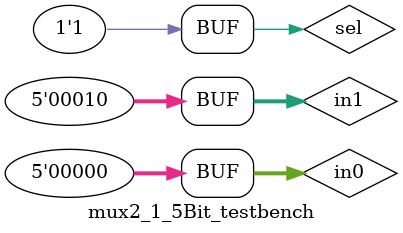
<source format=sv>
`timescale 1 ps / 100 fs

module mux2_1_5Bit #(parameter WIDTH=5) (out, in0, in1, sel);
	input [WIDTH-1:0] in0, in1;
	input sel;
	output [WIDTH-1:0]out;
	
	genvar i;
	
	generate
		for(i=0; i<WIDTH; i++) begin : eachDec
			mux2_1Bit mux0(.out(out[i]), .in0(in0[i]), .in1(in1[i]), .sel); 
		end
	endgenerate
	
endmodule 

module mux2_1_5Bit_testbench();
	reg [4:0] in0, in1;
	reg sel;
	wire [4:0]out;
	
	mux2_1_5Bit dut (.out, .in0, .in1, .sel);
	
	initial begin
		in0=0; in1=3; 
		sel = 0; #1000;
		sel = 1; #1000;
		in0=0; in1=2; 
		sel = 0; #1000;
		sel = 1; #1000;
			
	end
endmodule 
	
</source>
